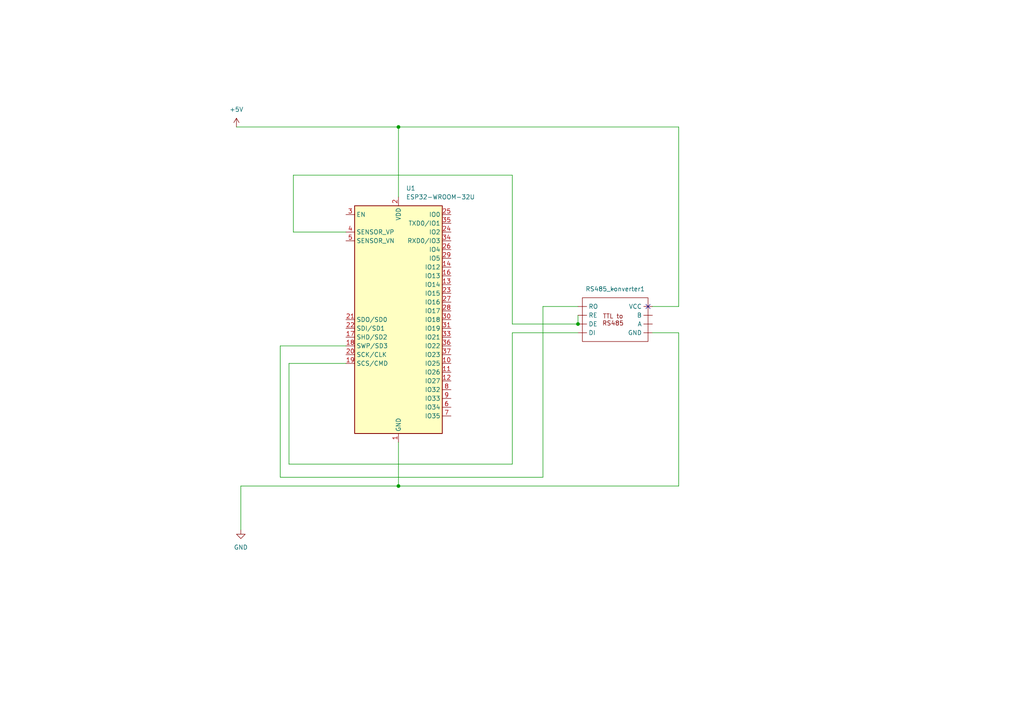
<source format=kicad_sch>
(kicad_sch (version 20230121) (generator eeschema)
  (paper "A4")
  (lib_symbols
    (symbol "RF_Module:ESP32-WROOM-32U"
      (property "Reference" "U" (at -12.7 34.29 0))
      (property "Value" "ESP32-WROOM-32U" (at 1.27 34.29 0))
      (symbol "ESP32-WROOM-32U_0_1"
        (rectangle (start -12.7 33.02) (end 12.7 -33.02) (stroke (width 0.254)) (fill (type background)))
      )
      (symbol "ESP32-WROOM-32U_1_1"
        (pin power_in line (at 0 -35.56 90) (length 2.54) (name "GND") (number "1"))
        (pin bidirectional line (at 15.24 -12.7 180) (length 2.54) (name "IO25") (number "10"))
        (pin bidirectional line (at 15.24 -15.24 180) (length 2.54) (name "IO26") (number "11"))
        (pin bidirectional line (at 15.24 -17.78 180) (length 2.54) (name "IO27") (number "12"))
        (pin bidirectional line (at 15.24 10.16 180) (length 2.54) (name "IO14") (number "13"))
        (pin bidirectional line (at 15.24 15.24 180) (length 2.54) (name "IO12") (number "14"))
        (pin passive line (at 0 -35.56 90) (length 2.54) hide (name "GND") (number "15"))
        (pin bidirectional line (at 15.24 12.7 180) (length 2.54) (name "IO13") (number "16"))
        (pin bidirectional line (at -15.24 -5.08 0) (length 2.54) (name "SHD/SD2") (number "17"))
        (pin bidirectional line (at -15.24 -7.62 0) (length 2.54) (name "SWP/SD3") (number "18"))
        (pin bidirectional line (at -15.24 -12.7 0) (length 2.54) (name "SCS/CMD") (number "19"))
        (pin power_in line (at 0 35.56 270) (length 2.54) (name "VDD") (number "2"))
        (pin bidirectional line (at -15.24 -10.16 0) (length 2.54) (name "SCK/CLK") (number "20"))
        (pin bidirectional line (at -15.24 0 0) (length 2.54) (name "SDO/SD0") (number "21"))
        (pin bidirectional line (at -15.24 -2.54 0) (length 2.54) (name "SDI/SD1") (number "22"))
        (pin bidirectional line (at 15.24 7.62 180) (length 2.54) (name "IO15") (number "23"))
        (pin bidirectional line (at 15.24 25.4 180) (length 2.54) (name "IO2") (number "24"))
        (pin bidirectional line (at 15.24 30.48 180) (length 2.54) (name "IO0") (number "25"))
        (pin bidirectional line (at 15.24 20.32 180) (length 2.54) (name "IO4") (number "26"))
        (pin bidirectional line (at 15.24 5.08 180) (length 2.54) (name "IO16") (number "27"))
        (pin bidirectional line (at 15.24 2.54 180) (length 2.54) (name "IO17") (number "28"))
        (pin bidirectional line (at 15.24 17.78 180) (length 2.54) (name "IO5") (number "29"))
        (pin input line (at -15.24 30.48 0) (length 2.54) (name "EN") (number "3"))
        (pin bidirectional line (at 15.24 0 180) (length 2.54) (name "IO18") (number "30"))
        (pin bidirectional line (at 15.24 -2.54 180) (length 2.54) (name "IO19") (number "31"))
        (pin no_connect line (at -12.7 -27.94 0) (length 2.54) hide (name "NC") (number "32"))
        (pin bidirectional line (at 15.24 -5.08 180) (length 2.54) (name "IO21") (number "33"))
        (pin bidirectional line (at 15.24 22.86 180) (length 2.54) (name "RXD0/IO3") (number "34"))
        (pin bidirectional line (at 15.24 27.94 180) (length 2.54) (name "TXD0/IO1") (number "35"))
        (pin bidirectional line (at 15.24 -7.62 180) (length 2.54) (name "IO22") (number "36"))
        (pin bidirectional line (at 15.24 -10.16 180) (length 2.54) (name "IO23") (number "37"))
        (pin passive line (at 0 -35.56 90) (length 2.54) hide (name "GND") (number "38"))
        (pin passive line (at 0 -35.56 90) (length 2.54) hide (name "GND") (number "39"))
        (pin input line (at -15.24 25.4 0) (length 2.54) (name "SENSOR_VP") (number "4"))
        (pin input line (at -15.24 22.86 0) (length 2.54) (name "SENSOR_VN") (number "5"))
        (pin input line (at 15.24 -25.4 180) (length 2.54) (name "IO34") (number "6"))
        (pin input line (at 15.24 -27.94 180) (length 2.54) (name "IO35") (number "7"))
        (pin bidirectional line (at 15.24 -20.32 180) (length 2.54) (name "IO32") (number "8"))
        (pin bidirectional line (at 15.24 -22.86 180) (length 2.54) (name "IO33") (number "9"))
      )
    )
    (symbol "eigene:RS485_konverter"
      (property "Reference" "RS485_konverter" (at 0 0 0))
      (symbol "RS485_konverter_0_1"
        (rectangle (start -8.89 -2.54) (end 10.16 -15.24))
      )
      (symbol "RS485_konverter_1_1"
        (text "TTL to\nRS485" (at 0 -8.89 0) (effects (font (size 1.27 1.27))))
        (pin input line (at 11.43 -10.16 180) (length 2.54) (name "A") (number ""))
        (pin input line (at 11.43 -7.62 180) (length 2.54) (name "B") (number ""))
        (pin input line (at -10.16 -10.16 0) (length 2.54) (name "DE") (number ""))
        (pin input line (at -10.16 -12.7 0) (length 2.54) (name "DI") (number ""))
        (pin input line (at 11.43 -12.7 180) (length 2.54) (name "GND") (number ""))
        (pin input line (at -10.16 -7.62 0) (length 2.54) (name "RE") (number ""))
        (pin input line (at -10.16 -5.08 0) (length 2.54) (name "RO") (number ""))
        (pin input line (at 11.43 -5.08 180) (length 2.54) (name "VCC") (number ""))
      )
    )
    (symbol "power:+5V" (power) (pin_names (offset 0))
      (property "Value" "+5V" (at 0 3.556 0))
      (symbol "+5V_0_1"
        (polyline (pts (xy -0.762 1.27) (xy 0 2.54)))
        (polyline (pts (xy 0 0) (xy 0 2.54)))
        (polyline (pts (xy 0 2.54) (xy 0.762 1.27)))
      )
      (symbol "+5V_1_1"
        (pin power_in line (at 0 0 90) (length 0) hide (name "+5V") (number "1"))
      )
    )
    (symbol "power:GND" (power) (pin_names (offset 0))
      (property "Value" "GND" (at 0 -3.81 0))
      (symbol "GND_0_1"
        (polyline (pts (xy 0 0) (xy 0 -1.27) (xy 1.27 -1.27) (xy 0 -2.54) (xy -1.27 -1.27) (xy 0 -1.27)))
      )
      (symbol "GND_1_1"
        (pin power_in line (at 0 0 270) (length 0) hide (name "GND") (number "1"))
      )
    )
  )
  (junction (at 167.64 93.98))
  (junction (at 115.57 36.83))
  (junction (at 115.57 140.97))
  (no_connect (at 187.96 88.9))
  (wire (pts (xy 115.57 36.83) (xy 196.85 36.83)))
  (wire (pts (xy 115.57 128.27) (xy 115.57 140.97)))
  (wire (pts (xy 148.59 134.62) (xy 83.82 134.62)))
  (wire (pts (xy 115.57 36.83) (xy 115.57 57.15)))
  (wire (pts (xy 115.57 140.97) (xy 69.85 140.97)))
  (wire (pts (xy 83.82 134.62) (xy 83.82 105.41)))
  (wire (pts (xy 83.82 105.41) (xy 100.33 105.41)))
  (wire (pts (xy 167.64 96.52) (xy 148.59 96.52)))
  (wire (pts (xy 167.64 93.98) (xy 148.59 93.98)))
  (wire (pts (xy 148.59 93.98) (xy 148.59 50.8)))
  (wire (pts (xy 196.85 140.97) (xy 115.57 140.97)))
  (wire (pts (xy 196.85 88.9) (xy 189.23 88.9)))
  (wire (pts (xy 148.59 96.52) (xy 148.59 134.62)))
  (wire (pts (xy 157.48 88.9) (xy 157.48 138.43)))
  (wire (pts (xy 85.09 67.31) (xy 100.33 67.31)))
  (wire (pts (xy 85.09 50.8) (xy 85.09 67.31)))
  (wire (pts (xy 69.85 140.97) (xy 69.85 153.67)))
  (wire (pts (xy 68.58 36.83) (xy 115.57 36.83)))
  (wire (pts (xy 148.59 50.8) (xy 85.09 50.8)))
  (wire (pts (xy 189.23 96.52) (xy 196.85 96.52)))
  (wire (pts (xy 167.64 88.9) (xy 157.48 88.9)))
  (wire (pts (xy 196.85 88.9) (xy 196.85 36.83)))
  (wire (pts (xy 157.48 138.43) (xy 81.28 138.43)))
  (wire (pts (xy 81.28 100.33) (xy 100.33 100.33)))
  (wire (pts (xy 167.64 91.44) (xy 167.64 93.98)))
  (wire (pts (xy 81.28 138.43) (xy 81.28 100.33)))
  (wire (pts (xy 196.85 96.52) (xy 196.85 140.97)))
  (symbol (lib_id "power:+5V") (at 68.58 36.83 0) (unit 1)
    (property "Reference" "#PWR01" (effects hide))
    (property "Value" "+5V" (at 68.58 31.75 0))
  )
  (symbol (lib_id "RF_Module:ESP32-WROOM-32U") (at 115.57 92.71 0) (unit 1)
    (property "Reference" "U1" (at 117.7641 54.61 0) (effects (justify left)))
    (property "Value" "ESP32-WROOM-32U" (at 117.7641 57.15 0) (effects (justify left)))
    (property "Footprint" "RF_Module:ESP32-WROOM-32U" (effects hide))
    (property "Datasheet" "https://www.espressif.com/sites/default/files/documentation/esp32-wroom-32d_esp32-wroom-32u_datasheet_en.pdf" (effects hide))
  )
  (symbol (lib_id "eigene:RS485_konverter") (at 177.8 83.82 0) (unit 1)
    (property "Reference" "RS485_konverter1" (at 178.435 83.82 0))
    (property "Value" "~" (at 177.8 83.82 0))
  )
  (symbol (lib_id "power:GND") (at 69.85 153.67 0) (unit 1)
    (property "Reference" "#PWR02" (effects hide))
    (property "Value" "GND" (at 69.85 158.75 0))
  )
)
</source>
